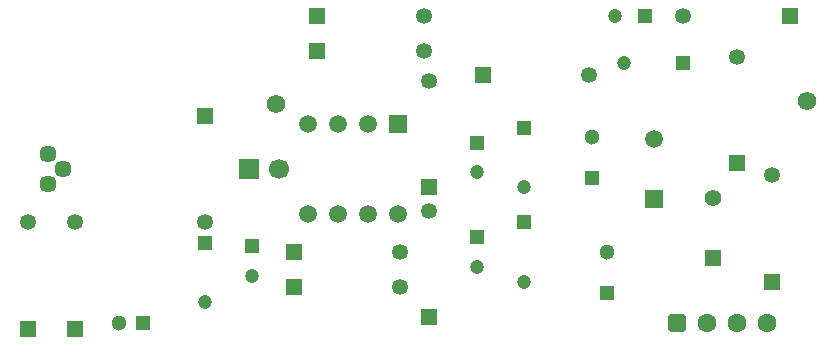
<source format=gbr>
G04*
G04 #@! TF.GenerationSoftware,Altium Limited,Altium Designer,23.5.1 (21)*
G04*
G04 Layer_Color=16711935*
%FSLAX44Y44*%
%MOMM*%
G71*
G04*
G04 #@! TF.SameCoordinates,E96301ED-D8BF-4372-B2D1-DF9899262BC6*
G04*
G04*
G04 #@! TF.FilePolarity,Negative*
G04*
G01*
G75*
%ADD16C,1.5700*%
%ADD17R,1.3500X1.3500*%
%ADD18C,1.3500*%
%ADD19R,1.4000X1.4000*%
%ADD20C,1.4000*%
%ADD21C,1.2000*%
%ADD22R,1.2000X1.2000*%
%ADD23C,1.5000*%
%ADD24R,1.5000X1.5000*%
%ADD25C,1.3000*%
%ADD26R,1.3000X1.3000*%
%ADD27R,1.3500X1.3500*%
%ADD28R,1.2000X1.2000*%
%ADD29C,1.6000*%
G04:AMPARAMS|DCode=30|XSize=1.6mm|YSize=1.6mm|CornerRadius=0.4mm|HoleSize=0mm|Usage=FLASHONLY|Rotation=0.000|XOffset=0mm|YOffset=0mm|HoleType=Round|Shape=RoundedRectangle|*
%AMROUNDEDRECTD30*
21,1,1.6000,0.8000,0,0,0.0*
21,1,0.8000,1.6000,0,0,0.0*
1,1,0.8000,0.4000,-0.4000*
1,1,0.8000,-0.4000,-0.4000*
1,1,0.8000,-0.4000,0.4000*
1,1,0.8000,0.4000,0.4000*
%
%ADD30ROUNDEDRECTD30*%
%ADD31R,1.3000X1.3000*%
%ADD32C,1.7000*%
%ADD33R,1.7000X1.7000*%
%ADD34C,1.4500*%
D16*
X710000Y217500D02*
D03*
X260000Y215000D02*
D03*
D17*
X200000Y205000D02*
D03*
X50000Y25000D02*
D03*
X90000D02*
D03*
X650000Y165000D02*
D03*
X680000Y65000D02*
D03*
X390000Y35000D02*
D03*
Y145000D02*
D03*
D18*
X200000Y115000D02*
D03*
X50000Y115000D02*
D03*
X90000D02*
D03*
X365000Y60000D02*
D03*
Y90000D02*
D03*
X605000Y290000D02*
D03*
X650000Y255000D02*
D03*
X680000Y155000D02*
D03*
X525000Y240000D02*
D03*
X390000Y125000D02*
D03*
Y235000D02*
D03*
X385000Y290000D02*
D03*
Y260000D02*
D03*
D19*
X630000Y84600D02*
D03*
D20*
Y135400D02*
D03*
D21*
X430000Y157500D02*
D03*
Y77500D02*
D03*
X200000Y47500D02*
D03*
X547500Y290000D02*
D03*
X555000Y250000D02*
D03*
X470000Y145000D02*
D03*
Y65000D02*
D03*
X240000Y70000D02*
D03*
D22*
X430000Y182500D02*
D03*
Y102500D02*
D03*
X200000Y97500D02*
D03*
X470000Y195000D02*
D03*
Y115000D02*
D03*
X240000Y95000D02*
D03*
D23*
X286900Y121900D02*
D03*
X312300D02*
D03*
X337700D02*
D03*
X363100D02*
D03*
X286900Y198100D02*
D03*
X312300D02*
D03*
X337700D02*
D03*
X580000Y185500D02*
D03*
D24*
X363100Y198100D02*
D03*
X580000Y134500D02*
D03*
D25*
X127500Y30000D02*
D03*
X540000Y90000D02*
D03*
X527500Y187500D02*
D03*
D26*
X147500Y30000D02*
D03*
D27*
X275000Y60000D02*
D03*
Y90000D02*
D03*
X695000Y290000D02*
D03*
X435000Y240000D02*
D03*
X295000Y290000D02*
D03*
Y260000D02*
D03*
D28*
X572500Y290000D02*
D03*
X605000Y250000D02*
D03*
D29*
X624600Y30000D02*
D03*
X650000D02*
D03*
X675400D02*
D03*
D30*
X599200D02*
D03*
D31*
X540000Y55000D02*
D03*
X527500Y152500D02*
D03*
D32*
X262700Y160000D02*
D03*
D33*
X237300D02*
D03*
D34*
X67206Y172700D02*
D03*
X79906Y160000D02*
D03*
X67206Y147300D02*
D03*
M02*

</source>
